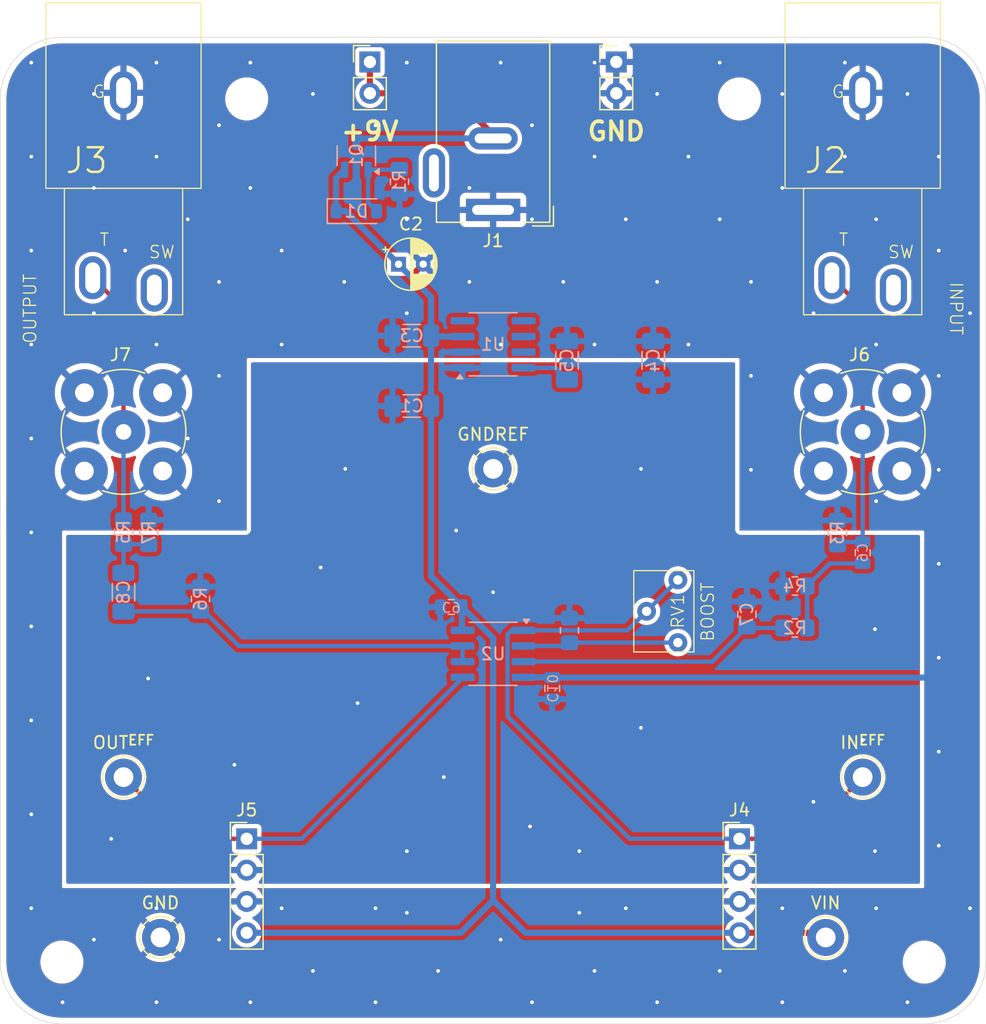
<source format=kicad_pcb>
(kicad_pcb (version 20240108) (generator "pcbnew") (generator_version "8.0")
  (layers (0 "F.Cu" jumper) (31 "B.Cu" signal) (34 "B.Paste" user) (35 "F.Paste" user) (36 "B.SilkS" user "B.Silkscreen") (37 "F.SilkS" user "F.Silkscreen") (38 "B.Mask" user) (39 "F.Mask" user) (44 "Edge.Cuts" user))
  (net 0 "")
  (net 1 "VIN")
  (net 2 "Net-(U1-NOISE_REDUCTION)")
  (net 3 "GND")
  (net 4 "IN^{EFF}")
  (net 5 "GNDREF")
  (net 6 "IN^{RAW}")
  (net 7 "OUT^{RAW}")
  (net 8 "Net-(D1-A)")
  (net 10 "OUT^{EFF}")
  (net 11 "+9V")
  (net 12 "Net-(C6-Pad2)")
  (net 13 "Net-(U2A-+)")
  (net 14 "Net-(C8-Pad1)")
  (net 15 "Net-(U2B--)")
  (net 17 "Net-(U2A--)")
  (footprint "Connector_PinHeader_2.54mm:PinHeader_1x04_P2.54mm_Vertical" (layer "F.Cu") (at 120 125)
    (property "Reference" "J4")
    (property "Value" "Conn_01x04_Pin")
  )
  (footprint "Connector_PinHeader_2.54mm:PinHeader_1x04_P2.54mm_Vertical" (layer "F.Cu") (at 80 125)
    (property "Reference" "J5")
    (property "Value" "Conn_01x04_Pin")
  )
  (footprint "Mylib:Bourns_3362S" (layer "F.Cu") (at 115 106.55 90)
    (property "Reference" "RV1")
    (property "Value" "100k")
  )
  (footprint "MountingHole:MountingHole_3mm" (layer "F.Cu") (at 135 135)
    (property "Reference" "H4" (hide yes))
    (property "Value" "MountingHole" (hide yes))
  )
  (footprint "TestPoint:TestPoint_Loop_D2.60mm_Drill1.6mm_Beaded" (layer "F.Cu") (at 130 120)
    (property "Reference" "TP1" (hide yes))
    (property "Value" "IN^{EFF}")
  )
  (footprint "MountingHole:MountingHole_3mm" (layer "F.Cu") (at 120 65)
    (property "Reference" "H2" (hide yes))
    (property "Value" "MountingHole" (hide yes))
  )
  (footprint "Connector_Coaxial:BNC_TEConnectivity_1478204_Vertical" (layer "F.Cu") (at 130 92)
    (property "Reference" "J6")
    (property "Value" "Conn_Coaxial")
  )
  (footprint "TestPoint:TestPoint_Loop_D2.60mm_Drill1.6mm_Beaded" (layer "F.Cu") (at 100 95)
    (property "Reference" "TP5" (hide yes))
    (property "Value" "GNDREF")
  )
  (footprint "TestPoint:TestPoint_Loop_D2.60mm_Drill1.6mm_Beaded" (layer "F.Cu") (at 70 120)
    (property "Reference" "TP2" (hide yes))
    (property "Value" "OUT^{EFF}")
  )
  (footprint "TestPoint:TestPoint_Loop_D2.60mm_Drill1.6mm_Beaded" (layer "F.Cu") (at 127 133)
    (property "Reference" "TP3" (hide yes))
    (property "Value" "VIN")
  )
  (footprint "Connector_BarrelJack:BarrelJack_Wuerth_6941xx301002" (layer "F.Cu") (at 100 74 180)
    (property "Reference" "J1")
    (property "Value" "Barrel_Jack_Switch")
  )
  (footprint "Capacitor_THT:CP_Radial_D4.0mm_P2.00mm" (layer "F.Cu") (at 92.327401 78.4)
    (property "Reference" "C2")
    (property "Value" "47uF")
  )
  (footprint "Mylib:CK-6.35" (layer "F.Cu") (at 130 70 -90)
    (property "Reference" "J2")
    (property "Value" "AudioJack2_Ground")
  )
  (footprint "Connector_PinHeader_2.54mm:PinHeader_1x02_P2.54mm_Vertical" (layer "F.Cu") (at 110 62)
    (property "Reference" "J8" (hide yes))
    (property "Value" "Conn_01x02_Pin" (hide yes))
  )
  (footprint "Mylib:CK-6.35" (layer "F.Cu") (at 70 70 -90)
    (property "Reference" "J3")
    (property "Value" "AudioJack2_Ground")
  )
  (footprint "MountingHole:MountingHole_3mm" (layer "F.Cu") (at 80 65)
    (property "Reference" "H1" (hide yes))
    (property "Value" "MountingHole" (hide yes))
  )
  (footprint "MountingHole:MountingHole_3mm" (layer "F.Cu") (at 65 135)
    (property "Reference" "H3" (hide yes))
    (property "Value" "MountingHole" (hide yes))
  )
  (footprint "TestPoint:TestPoint_Loop_D2.60mm_Drill1.6mm_Beaded" (layer "F.Cu") (at 73 133)
    (property "Reference" "TP4" (hide yes))
    (property "Value" "GND")
  )
  (footprint "Connector_PinHeader_2.54mm:PinHeader_1x02_P2.54mm_Vertical" (layer "F.Cu") (at 90 62)
    (property "Reference" "J9" (hide yes))
    (property "Value" "Conn_01x02_Pin" (hide yes))
  )
  (footprint "Connector_Coaxial:BNC_TEConnectivity_1478204_Vertical" (layer "F.Cu") (at 70 92)
    (property "Reference" "J7")
    (property "Value" "Conn_Coaxial")
  )
  (footprint "Capacitor_SMD:C_1206_3216Metric_Pad1.33x1.80mm_HandSolder" (layer "B.Cu") (at 93.4 84.2 180)
    (property "Reference" "C3")
    (property "Value" "47uF")
  )
  (footprint "Package_SO:SOIC-8_3.9x4.9mm_P1.27mm" (layer "B.Cu") (at 100 84.9)
    (property "Reference" "U1")
    (property "Value" "TLE2426xD")
  )
  (footprint "Capacitor_SMD:C_0805_2012Metric_Pad1.18x1.45mm_HandSolder" (layer "B.Cu") (at 120.6 106.8 90)
    (property "Reference" "C7")
    (property "Value" "220pF")
  )
  (footprint "Mylib:C_0704_1810Metric" (layer "B.Cu") (at 130 101.8 -90)
    (property "Reference" "C6")
    (property "Value" "0.1uF")
  )
  (footprint "Capacitor_SMD:C_1206_3216Metric_Pad1.33x1.80mm_HandSolder" (layer "B.Cu") (at 93.4 89.9 180)
    (property "Reference" "C1")
    (property "Value" "10uF")
  )
  (footprint "Resistor_SMD:R_0805_2012Metric_Pad1.20x1.40mm_HandSolder" (layer "B.Cu") (at 106.2 108.1 90)
    (property "Reference" "R8" (hide yes))
    (property "Value" "10k")
  )
  (footprint "Capacitor_SMD:C_1206_3216Metric_Pad1.33x1.80mm_HandSolder" (layer "B.Cu") (at 113 86.2 90)
    (property "Reference" "C4")
    (property "Value" "10uF")
  )
  (footprint "Resistor_SMD:R_0805_2012Metric_Pad1.20x1.40mm_HandSolder" (layer "B.Cu") (at 72.05 100.15 90)
    (property "Reference" "R7")
    (property "Value" "470k")
  )
  (footprint "Resistor_SMD:R_0805_2012Metric_Pad1.20x1.40mm_HandSolder" (layer "B.Cu") (at 124.5 107.9 180)
    (property "Reference" "R2")
    (property "Value" "1k" (hide yes))
  )
  (footprint "Diode_SMD:D_SOD-123" (layer "B.Cu") (at 88.9 74.1)
    (property "Reference" "D1")
    (property "Value" "12V")
  )
  (footprint "Resistor_SMD:R_0805_2012Metric_Pad1.20x1.40mm_HandSolder" (layer "B.Cu") (at 124.5 104.5 180)
    (property "Reference" "R4")
    (property "Value" "470k" (hide yes))
  )
  (footprint "Capacitor_SMD:C_1206_3216Metric_Pad1.33x1.80mm_HandSolder" (layer "B.Cu") (at 106 86.2 90)
    (property "Reference" "C5")
    (property "Value" "1uF")
  )
  (footprint "Resistor_SMD:R_0805_2012Metric_Pad1.20x1.40mm_HandSolder" (layer "B.Cu") (at 76.25 105.55 90)
    (property "Reference" "R6")
    (property "Value" "470k")
  )
  (footprint "Resistor_SMD:R_0805_2012Metric_Pad1.20x1.40mm_HandSolder" (layer "B.Cu") (at 70 100.125 -90)
    (property "Reference" "R5")
    (property "Value" "10k")
  )
  (footprint "Package_TO_SOT_SMD:SOT-23-3" (layer "B.Cu") (at 88.9 69.6 90)
    (property "Reference" "Q1")
    (property "Value" "40V")
  )
  (footprint "Capacitor_SMD:C_1206_3216Metric_Pad1.33x1.80mm_HandSolder" (layer "B.Cu") (at 70 105 -90)
    (property "Reference" "C8")
    (property "Value" "1uF")
  )
  (footprint "Resistor_SMD:R_0805_2012Metric_Pad1.20x1.40mm_HandSolder" (layer "B.Cu") (at 127.95 100.175 90)
    (property "Reference" "R3")
    (property "Value" "1M0" (hide yes))
  )
  (footprint "Mylib:C_0704_1810Metric" (layer "B.Cu") (at 104.8 112.8 90)
    (property "Reference" "C10")
    (property "Value" "0.1uF")
  )
  (footprint "Mylib:C_0704_1810Metric" (layer "B.Cu") (at 96.6 106.2 180)
    (property "Reference" "C9")
    (property "Value" "0.1uF")
  )
  (footprint "Package_SO:SOIC-8_3.9x4.9mm_P1.27mm" (layer "B.Cu") (at 100 110 180)
    (property "Reference" "U2")
    (property "Value" "OPA1656")
  )
  (footprint "Resistor_SMD:R_0805_2012Metric_Pad1.20x1.40mm_HandSolder" (layer "B.Cu") (at 92.4 71.7 -90)
    (property "Reference" "R1")
    (property "Value" "100k")
  )
  (gr_line (start 65 60) (end 135 60) (stroke (width 0.05)) (layer "Edge.Cuts"))
  (gr_arc (start 135 60) (mid 138.535534 61.464466) (end 140 65) (stroke (width 0.05)) (layer "Edge.Cuts"))
  (gr_line (start 60 135) (end 60 65) (stroke (width 0.05)) (layer "Edge.Cuts"))
  (gr_arc (start 140 135) (mid 138.535534 138.535534) (end 135 140) (stroke (width 0.05)) (layer "Edge.Cuts"))
  (gr_line (start 140 65) (end 140 135) (stroke (width 0.05)) (layer "Edge.Cuts"))
  (gr_arc (start 65 140) (mid 61.464466 138.535534) (end 60 135) (stroke (width 0.05)) (layer "Edge.Cuts"))
  (gr_arc (start 60 65) (mid 61.464466 61.464466) (end 65 60) (stroke (width 0.05)) (layer "Edge.Cuts"))
  (gr_line (start 135 140) (end 65 140) (stroke (width 0.05)) (layer "Edge.Cuts"))
  (gr_text "BOOST" (at 118 106.6 90) (layer "F.SilkS") (effects (font (size 1 1) (thickness 0.1)) (justify bottom)))
  (gr_text "INPUT" (at 137 82 -90) (layer "F.SilkS") (effects (font (size 1 1) (thickness 0.1)) (justify bottom)))
  (gr_text "GND" (at 110 68.5 0) (layer "F.SilkS") (effects (font (size 1.5 1.5) (thickness 0.3) (bold yes)) (justify bottom)))
  (gr_text "+9V" (at 90 68.5 0) (layer "F.SilkS") (effects (font (size 1.5 1.5) (thickness 0.3) (bold yes)) (justify bottom)))
  (gr_text "OUTPUT" (at 63 82 90) (layer "F.SilkS") (effects (font (size 1 1) (thickness 0.1)) (justify bottom)))
  (segment (start 120 132.62) (end 126.62 132.62) (width 0.5) (layer "F.Cu") (net 1))
  (segment (start 94.9625 81.0625) (end 94.9625 84.2) (width 0.5) (layer "B.Cu") (net 1))
  (segment (start 97.475 106.2) (end 100 108.725) (width 0.5) (layer "B.Cu") (net 1))
  (segment (start 120 132.62) (end 102.62 132.62) (width 0.5) (layer "B.Cu") (net 1))
  (segment (start 100 108.725) (end 100 130) (width 0.5) (layer "B.Cu") (net 1))
  (segment (start 97.475 106.2) (end 97.475 108.045) (width 0.5) (layer "B.Cu") (net 1))
  (segment (start 92.327401 78.427401) (end 94.9625 81.0625) (width 0.5) (layer "B.Cu") (net 1))
  (segment (start 94.9625 84.2) (end 94.9625 103.6875) (width 0.5) (layer "B.Cu") (net 1))
  (segment (start 100 130) (end 97.38 132.62) (width 0.5) (layer "B.Cu") (net 1))
  (segment (start 94.9625 103.6875) (end 97.475 106.2) (width 0.5) (layer "B.Cu") (net 1))
  (segment (start 97.525 84.265) (end 95.0275 84.265) (width 0.5) (layer "B.Cu") (net 1))
  (segment (start 102.62 132.62) (end 100 130) (width 0.5) (layer "B.Cu") (net 1))
  (segment (start 87.25 71.4375) (end 87.95 70.7375) (width 0.5) (layer "B.Cu") (net 1))
  (segment (start 87.25 74.1) (end 87.25 71.4375) (width 0.5) (layer "B.Cu") (net 1))
  (segment (start 97.38 132.62) (end 80 132.62) (width 0.5) (layer "B.Cu") (net 1))
  (segment (start 88.027401 74.1) (end 87.25 74.1) (width 0.5) (layer "B.Cu") (net 1))
  (segment (start 92.327401 78.4) (end 88.027401 74.1) (width 0.5) (layer "B.Cu") (net 1))
  (segment (start 102.475 86.805) (end 105.0425 86.805) (width 0.35) (layer "B.Cu") (net 2))
  (segment (start 105.0425 86.805) (end 106 87.7625) (width 0.35) (layer "B.Cu") (net 2))
  (via (at 115.855 84.915) (size 0.6) (drill 0.3) (layers "F.Cu" "B.Cu") (net 3))
  (via (at 98.075 72.215) (size 0.6) (drill 0.3) (layers "F.Cu" "B.Cu") (net 3))
  (via (at 77.755 133.175) (size 0.6) (drill 0.3) (layers "F.Cu" "B.Cu") (net 3))
  (via (at 108.235 84.915) (size 0.6) (drill 0.3) (layers "F.Cu" "B.Cu") (net 3))
  (via (at 100.615 133.175) (size 0.6) (drill 0.3) (layers "F.Cu" "B.Cu") (net 3))
  (via (at 82.835 130.635) (size 0.6) (drill 0.3) (layers "F.Cu" "B.Cu") (net 3))
  (via (at 123.475 72.215) (size 0.6) (drill 0.3) (layers "F.Cu" "B.Cu") (net 3))
  (via (at 108.235 62.055) (size 0.6) (drill 0.3) (layers "F.Cu" "B.Cu") (net 3))
  (via (at 67.595 82.375) (size 0.6) (drill 0.3) (layers "F.Cu" "B.Cu") (net 3))
  (via (at 136.175 87.455) (size 0.6) (drill 0.3) (layers "F.Cu" "B.Cu") (net 3))
  (via (at 62.515 69.675) (size 0.6) (drill 0.3) (layers "F.Cu" "B.Cu") (net 3))
  (via (at 123.475 64.595) (size 0.6) (drill 0.3) (layers "F.Cu" "B.Cu") (net 3))
  (via (at 107 131) (size 0.6) (drill 0.3) (layers "F.Cu" "B.Cu") (net 3))
  (via (at 62.515 84.915) (size 0.6) (drill 0.3) (layers "F.Cu" "B.Cu") (net 3))
  (via (at 62.515 92.535) (size 0.6) (drill 0.3) (layers "F.Cu" "B.Cu") (net 3))
  (via (at 72.675 138.255) (size 0.6) (drill 0.3) (layers "F.Cu" "B.Cu") (net 3))
  (via (at 72.675 130.635) (size 0.6) (drill 0.3) (layers "F.Cu" "B.Cu") (net 3))
  (via (at 131.095 74.755) (size 0.6) (drill 0.3) (layers "F.Cu" "B.Cu") (net 3))
  (via (at 70.135 77.295) (size 0.6) (drill 0.3) (layers "F.Cu" "B.Cu") (net 3))
  (via (at 120.935 95.075) (size 0.6) (drill 0.3) (layers "F.Cu" "B.Cu") (net 3))
  (via (at 72.675 84.915) (size 0.6) (drill 0.3) (layers "F.Cu" "B.Cu") (net 3))
  (via (at 80.295 138.255) (size 0.6) (drill 0.3) (layers "F.Cu" "B.Cu") (net 3))
  (via (at 103.155 74.755) (size 0.6) (drill 0.3) (layers "F.Cu" "B.Cu") (net 3))
  (via (at 85.375 135.715) (size 0.6) (drill 0.3) (layers "F.Cu" "B.Cu") (net 3))
  (via (at 136.175 95.075) (size 0.6) (drill 0.3) (layers "F.Cu" "B.Cu") (net 3))
  (via (at 100.615 62.055) (size 0.6) (drill 0.3) (layers "F.Cu" "B.Cu") (net 3))
  (via (at 62.515 115.395) (size 0.6) (drill 0.3) (layers "F.Cu" "B.Cu") (net 3))
  (via (at 128.555 69.675) (size 0.6) (drill 0.3) (layers "F.Cu" "B.Cu") (net 3))
  (via (at 62.515 130.635) (size 0.6) (drill 0.3) (layers "F.Cu" "B.Cu") (net 3))
  (via (at 105.695 79.835) (size 0.6) (drill 0.3) (layers "F.Cu" "B.Cu") (net 3))
  (via (at 72.675 62.055) (size 0.6) (drill 0.3) (layers "F.Cu" "B.Cu") (net 3))
  (via (at 100.615 84.915) (size 0.6) (drill 0.3) (layers "F.Cu" "B.Cu") (net 3))
  (via (at 123.475 138.255) (size 0.6) (drill 0.3) (layers "F.Cu" "B.Cu") (net 3))
  (via (at 136.175 77.295) (size 0.6) (drill 0.3) (layers "F.Cu" "B.Cu") (net 3))
  (via (at 62.515 77.295) (size 0.6) (drill 0.3) (layers "F.Cu" "B.Cu") (net 3))
  (via (at 82.835 77.295) (size 0.6) (drill 0.3) (layers "F.Cu" "B.Cu") (net 3))
  (via (at 98.075 79.835) (size 0.6) (drill 0.3) (layers "F.Cu" "B.Cu") (net 3))
  (via (at 90.455 67.135) (size 0.6) (drill 0.3) (layers "F.Cu" "B.Cu") (net 3))
  (via (at 120.935 79.835) (size 0.6) (drill 0.3) (layers "F.Cu" "B.Cu") (net 3))
  (via (at 75.215 92.535) (size 0.6) (drill 0.3) (layers "F.Cu" "B.Cu") (net 3))
  (via (at 136.175 69.675) (size 0.6) (drill 0.3) (layers "F.Cu" "B.Cu") (net 3))
  (via (at 136.175 102.695) (size 0.6) (drill 0.3) (layers "F.Cu" "B.Cu") (net 3))
  (via (at 113.315 64.595) (size 0.6) (drill 0.3) (layers "F.Cu" "B.Cu") (net 3))
  (via (at 77.755 87.455) (size 0.6) (drill 0.3) (layers "F.Cu" "B.Cu") (net 3))
  (via (at 62.515 100.155) (size 0.6) (drill 0.3) (layers "F.Cu" "B.Cu") (net 3))
  (via (at 77.755 79.835) (size 0.6) (drill 0.3) (layers "F.Cu" "B.Cu") (net 3))
  (via (at 118.395 62.055) (size 0.6) (drill 0.3) (layers "F.Cu" "B.Cu") (net 3))
  (via (at 126.015 82.375) (size 0.6) (drill 0.3) (layers "F.Cu" "B.Cu") (net 3))
  (via (at 75.215 74.755) (size 0.6) (drill 0.3) (layers "F.Cu" "B.Cu") (net 3))
  (via (at 133.635 64.595) (size 0.6) (drill 0.3) (layers "F.Cu" "B.Cu") (net 3))
  (via (at 118.395 74.755) (size 0.6) (drill 0.3) (layers "F.Cu" "B.Cu") (net 3))
  (via (at 131.095 130.635) (size 0.6) (drill 0.3) (layers "F.Cu" "B.Cu") (net 3))
  (via (at 110.775 74.755) (size 0.6) (drill 0.3) (layers "F.Cu" "B.Cu") (net 3))
  (via (at 120.935 87.455) (size 0.6) (drill 0.3) (layers "F.Cu" "B.Cu") (net 3))
  (via (at 113.315 79.835) (size 0.6) (drill 0.3) (layers "F.Cu" "B.Cu") (net 3))
  (via (at 123.475 130.635) (size 0.6) (drill 0.3) (layers "F.Cu" "B.Cu") (net 3))
  (via (at 72.675 69.675) (size 0.6) (drill 0.3) (layers "F.Cu" "B.Cu") (net 3))
  (via (at 138.715 82.375) (size 0.6) (drill 0.3) (layers "F.Cu" "B.Cu") (net 3))
  (via (at 80.295 62.055) (size 0.6) (drill 0.3) (layers "F.Cu" "B.Cu") (net 3))
  (via (at 92.995 62.055) (size 0.6) (drill 0.3) (layers "F.Cu" "B.Cu") (net 3))
  (via (at 136.175 110.315) (size 0.6) (drill 0.3) (layers "F.Cu" "B.Cu") (net 3))
  (via (at 131.095 84.915) (size 0.6) (drill 0.3) (layers "F.Cu" "B.Cu") (net 3))
  (via (at 136.175 117.935) (size 0.6) (drill 0.3) (layers "F.Cu" "B.Cu") (net 3))
  (via (at 113.315 138.255) (size 0.6) (drill 0.3) (layers "F.Cu" "B.Cu") (net 3))
  (via (at 67.595 64.595) (size 0.6) (drill 0.3) (layers "F.Cu" "B.Cu") (net 3))
  (via (at 77.755 97.615) (size 0.6) (drill 0.3) (layers "F.Cu" "B.Cu") (net 3))
  (via (at 62.515 123.015) (size 0.6) (drill 0.3) (layers "F.Cu" "B.Cu") (net 3))
  (via (at 108.235 135.715) (size 0.6) (drill 0.3) (layers "F.Cu" "B.Cu") (net 3))
  (via (at 65.055 138.255) (size 0.6) (drill 0.3) (layers "F.Cu" "B.Cu") (net 3))
  (via (at 136.175 125.555) (size 0.6) (drill 0.3) (layers "F.Cu" "B.Cu") (net 3))
  (via (at 67.595 133.175) (size 0.6) (drill 0.3) (layers "F.Cu" "B.Cu") (net 3))
  (via (at 118.395 135.715) (size 0.6) (drill 0.3) (layers "F.Cu" "B.Cu") (net 3))
  (via (at 62.515 62.055) (size 0.6) (drill 0.3) (layers "F.Cu" "B.Cu") (net 3))
  (via (at 67.595 72.215) (size 0.6) (drill 0.3) (layers "F.Cu" "B.Cu") (net 3))
  (via (at 62.515 107.775) (size 0.6) (drill 0.3) (layers "F.Cu" "B.Cu") (net 3))
  (via (at 87.915 79.835) (size 0.6) (drill 0.3) (layers "F.Cu" "B.Cu") (net 3))
  (via (at 92.995 82.375) (size 0.6) (drill 0.3) (layers "F.Cu" "B.Cu") (net 3))
  (via (at 82.835 84.915) (size 0.6) (drill 0.3) (layers "F.Cu" "B.Cu") (net 3))
  (via (at 77.755 67.135) (size 0.6) (drill 0.3) (layers "F.Cu" "B.Cu") (net 3))
  (via (at 128.555 62.055) (size 0.6) (drill 0.3) (layers "F.Cu" "B.Cu") (net 3))
  (via (at 90.455 130.635) (size 0.6) (drill 0.3) (layers "F.Cu" "B.Cu") (net 3))
  (via (at 85.375 64.595) (size 0.6) (drill 0.3) (layers "F.Cu" "B.Cu") (net 3))
  (via (at 103.155 138.255) (size 0.6) (drill 0.3) (layers "F.Cu" "B.Cu") (net 3))
  (via (at 80.295 72.215) (size 0.6) (drill 0.3) (layers "F.Cu" "B.Cu") (net 3))
  (via (at 93 131) (size 0.6) (drill 0.3) (layers "F.Cu" "B.Cu") (net 3))
  (via (at 90.455 138.255) (size 0.6) (drill 0.3) (layers "F.Cu" "B.Cu") (net 3))
  (via (at 131.095 97.615) (size 0.6) (drill 0.3) (layers "F.Cu" "B.Cu") (net 3))
  (via (at 103.155 67.135) (size 0.6) (drill 0.3) (layers "F.Cu" "B.Cu") (net 3))
  (via (at 138.715 130.635) (size 0.6) (drill 0.3) (layers "F.Cu" "B.Cu") (net 3))
  (via (at 115.855 69.675) (size 0.6) (drill 0.3) (layers "F.Cu" "B.Cu") (net 3))
  (via (at 95.535 135.715) (size 0.6) (drill 0.3) (layers "F.Cu" "B.Cu") (net 3))
  (via (at 108.235 69.675) (size 0.6) (drill 0.3) (layers "F.Cu" "B.Cu") (net 3))
  (via (at 92.995 74.755) (size 0.6) (drill 0.3) (layers "F.Cu" "B.Cu") (net 3))
  (via (at 128.555 135.715) (size 0.6) (drill 0.3) (layers "F.Cu" "B.Cu") (net 3))
  (via (at 133.635 138.255) (size 0.6) (drill 0.3) (layers "F.Cu" "B.Cu") (net 3))
  (via (at 110.775 130.635) (size 0.6) (drill 0.3) (layers "F.Cu" "B.Cu") (net 3))
  (segment (start 104.8 111.925) (end 136.925 111.925) (width 0.5) (layer "B.Cu") (net 3))
  (segment (start 102.475 111.905) (end 104.78 111.905) (width 0.5) (layer "B.Cu") (net 3))
  (segment (start 136.925 111.925) (end 137.5 112.5) (width 0.5) (layer "B.Cu") (net 3))
  (segment (start 125 125) (end 130 120) (width 0.35) (layer "F.Cu") (net 4))
  (segment (start 120 125) (end 125 125) (width 0.35) (layer "F.Cu") (net 4))
  (segment (start 111.1 125) (end 120 125) (width 0.35) (layer "B.Cu") (net 4))
  (segment (start 110.91 108.1) (end 106.8 108.1) (width 0.35) (layer "B.Cu") (net 4))
  (segment (start 106.8 108.1) (end 106.795 108.095) (width 0.35) (layer "B.Cu") (net 4))
  (segment (start 106.795 108.095) (end 102.475 108.095) (width 0.35) (layer "B.Cu") (net 4))
  (segment (start 115 104.01) (end 112.46 106.55) (width 0.35) (layer "B.Cu") (net 4))
  (segment (start 101.175 108.420001) (end 101.175 115.075) (width 0.35) (layer "B.Cu") (net 4))
  (segment (start 101.175 115.075) (end 111.1 125) (width 0.35) (layer "B.Cu") (net 4))
  (segment (start 101.500001 108.095) (end 101.175 108.420001) (width 0.35) (layer "B.Cu") (net 4))
  (segment (start 102.475 108.095) (end 101.500001 108.095) (width 0.35) (layer "B.Cu") (net 4))
  (segment (start 112.46 106.55) (end 110.91 108.1) (width 0.35) (layer "B.Cu") (net 4))
  (via (at 103 124) (size 0.6) (drill 0.3) (layers "F.Cu" "B.Cu") (net 5))
  (via (at 131 108) (size 0.6) (drill 0.3) (layers "F.Cu" "B.Cu") (net 5))
  (via (at 89 114) (size 0.6) (drill 0.3) (layers "F.Cu" "B.Cu") (net 5))
  (via (at 126 122) (size 0.6) (drill 0.3) (layers "F.Cu" "B.Cu") (net 5))
  (via (at 130 117) (size 0.6) (drill 0.3) (layers "F.Cu" "B.Cu") (net 5))
  (via (at 112 95) (size 0.6) (drill 0.3) (layers "F.Cu" "B.Cu") (net 5))
  (via (at 86 103) (size 0.6) (drill 0.3) (layers "F.Cu" "B.Cu") (net 5))
  (via (at 112 116) (size 0.6) (drill 0.3) (layers "F.Cu" "B.Cu") (net 5))
  (via (at 79 119) (size 0.6) (drill 0.3) (layers "F.Cu" "B.Cu") (net 5))
  (via (at 131 126) (size 0.6) (drill 0.3) (layers "F.Cu" "B.Cu") (net 5))
  (via (at 69 125) (size 0.6) (drill 0.3) (layers "F.Cu" "B.Cu") (net 5))
  (via (at 97 100) (size 0.6) (drill 0.3) (layers "F.Cu" "B.Cu") (net 5))
  (via (at 72 112) (size 0.6) (drill 0.3) (layers "F.Cu" "B.Cu") (net 5))
  (via (at 93 126) (size 0.6) (drill 0.3) (layers "F.Cu" "B.Cu") (net 5))
  (via (at 88 95) (size 0.6) (drill 0.3) (layers "F.Cu" "B.Cu") (net 5))
  (via (at 96 120) (size 0.6) (drill 0.3) (layers "F.Cu" "B.Cu") (net 5))
  (via (at 107 126) (size 0.6) (drill 0.3) (layers "F.Cu" "B.Cu") (net 5))
  (via (at 100 105) (size 0.6) (drill 0.3) (layers "F.Cu" "B.Cu") (net 5))
  (segment (start 130 92) (end 130 82) (width 0.35) (layer "F.Cu") (net 6))
  (segment (start 130 82) (end 127.5 79.5) (width 0.35) (layer "F.Cu") (net 6))
  (segment (start 130 100.925) (end 128.2 100.925) (width 0.35) (layer "B.Cu") (net 6))
  (segment (start 130 92) (end 130 100.925) (width 0.35) (layer "B.Cu") (net 6))
  (segment (start 70 82) (end 67.5 79.5) (width 0.35) (layer "F.Cu") (net 7))
  (segment (start 70 92) (end 70 82) (width 0.35) (layer "F.Cu") (net 7))
  (segment (start 70 99.125) (end 70 92) (width 0.35) (layer "B.Cu") (net 7))
  (segment (start 89.85 73.4) (end 90.55 74.1) (width 0.35) (layer "B.Cu") (net 8))
  (segment (start 89.85 70.7375) (end 92.3625 70.7375) (width 0.35) (layer "B.Cu") (net 8))
  (segment (start 89.85 70.7375) (end 89.85 73.4) (width 0.35) (layer "B.Cu") (net 8))
  (segment (start 80 125) (end 75 125) (width 0.35) (layer "F.Cu") (net 10))
  (segment (start 75 125) (end 70 120) (width 0.35) (layer "F.Cu") (net 10))
  (segment (start 84.4701 125) (end 97.525 111.9451) (width 0.35) (layer "B.Cu") (net 10))
  (segment (start 84.4701 125) (end 80 125) (width 0.35) (layer "B.Cu") (net 10))
  (segment (start 100 67.9) (end 96.64 64.54) (width 0.5) (layer "F.Cu") (net 11))
  (segment (start 90 64.54) (end 90 62) (width 0.5) (layer "F.Cu") (net 11))
  (segment (start 100 68.2) (end 100 67.9) (width 0.5) (layer "F.Cu") (net 11))
  (segment (start 96.64 64.54) (end 90 64.54) (width 0.5) (layer "F.Cu") (net 11))
  (segment (start 100 68.2) (end 89.1625 68.2) (width 0.5) (layer "B.Cu") (net 11))
  (segment (start 89.1625 68.2) (end 88.9 68.4625) (width 0.5) (layer "B.Cu") (net 11))
  (segment (start 130 102.675) (end 127.325 102.675) (width 0.35) (layer "B.Cu") (net 12))
  (segment (start 127.325 102.675) (end 125.5 104.5) (width 0.35) (layer "B.Cu") (net 12))
  (segment (start 125.5 104.5) (end 125.5 107.9) (width 0.35) (layer "B.Cu") (net 12))
  (segment (start 120.6 107.8375) (end 117.8025 110.635) (width 0.35) (layer "B.Cu") (net 13))
  (segment (start 123.5 107.9) (end 120.6625 107.9) (width 0.35) (layer "B.Cu") (net 13))
  (segment (start 117.8025 110.635) (end 102.475 110.635) (width 0.35) (layer "B.Cu") (net 13))
  (segment (start 70 101.125) (end 72.025 101.125) (width 0.35) (layer "B.Cu") (net 14))
  (segment (start 70 103.4375) (end 70 101.125) (width 0.35) (layer "B.Cu") (net 14))
  (segment (start 79.365 109.365) (end 76.55 106.55) (width 0.35) (layer "B.Cu") (net 15))
  (segment (start 97.525 109.365) (end 97.525 110.635) (width 0.35) (layer "B.Cu") (net 15))
  (segment (start 70 106.5625) (end 76.2375 106.5625) (width 0.35) (layer "B.Cu") (net 15))
  (segment (start 79.365 109.365) (end 97.525 109.365) (width 0.35) (layer "B.Cu") (net 15))
  (segment (start 106.8 109.1) (end 106.81 109.09) (width 0.35) (layer "B.Cu") (net 17))
  (segment (start 105.935 109.365) (end 106.2 109.1) (width 0.35) (layer "B.Cu") (net 17))
  (segment (start 106.81 109.09) (end 115 109.09) (width 0.35) (layer "B.Cu") (net 17))
  (segment (start 102.475 109.365) (end 105.935 109.365) (width 0.35) (layer "B.Cu") (net 17))
  (segment (start 106.2 109.1) (end 106.8 109.1) (width 0.35) (layer "B.Cu") (net 17))
  (zone (net 3) (net_name "GND") (layer "F.Cu") (connect_pads (clearance 0.5)) (min_thickness 0.25) (fill yes (thermal_gap 0.5) (thermal_bridge_width 0.5) (smoothing fillet) (radius 1))
    (polygon (pts (xy 60 60) (xy 140 60) (xy 140 140) (xy 60 140)))
  )
  (zone (net 3) (net_name "GND") (layers "F.Cu" "B.Cu") (priority 2) (connect_pads (clearance 0.35)) (min_thickness 0.25) (fill yes (thermal_gap 0.5) (thermal_bridge_width 0.5))
    (polygon (pts (xy 60 60) (xy 140 60) (xy 140 100) (xy 120 100) (xy 120 86) (xy 80 86) (xy 80 100) (xy 60 100)))
  )
  (zone (net 5) (net_name "GNDREF") (layers "F.Cu" "B.Cu") (connect_pads (clearance 0.35)) (min_thickness 0.25) (fill yes (thermal_gap 0.5) (thermal_bridge_width 0.5) (smoothing fillet) (radius 1))
    (polygon (pts (xy 65 100) (xy 80 100) (xy 80 86) (xy 120 86) (xy 120 100) (xy 135 100) (xy 135 129) (xy 65 129)))
  )
  (zone (net 3) (net_name "GND") (layers "F.Cu" "B.Cu") (priority 2) (connect_pads (clearance 0.35)) (min_thickness 0.25) (fill yes (thermal_gap 0.5) (thermal_bridge_width 0.5) (smoothing fillet) (radius 1))
    (polygon (pts (xy 135 97.5) (xy 140 97.5) (xy 140 140) (xy 60 140) (xy 60 97.5) (xy 65 97.5) (xy 65 129) (xy 135 129)))
  )
)
</source>
